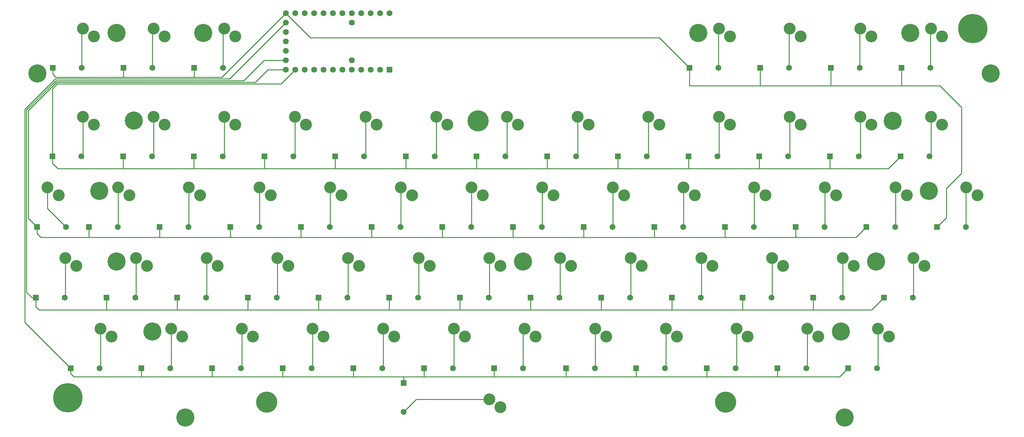
<source format=gtl>
%TF.GenerationSoftware,KiCad,Pcbnew,5.1.9-1.fc33*%
%TF.CreationDate,2021-02-28T14:37:16-05:00*%
%TF.ProjectId,3m_whisper,336d5f77-6869-4737-9065-722e6b696361,rev?*%
%TF.SameCoordinates,Original*%
%TF.FileFunction,Copper,L1,Top*%
%TF.FilePolarity,Positive*%
%FSLAX46Y46*%
G04 Gerber Fmt 4.6, Leading zero omitted, Abs format (unit mm)*
G04 Created by KiCad (PCBNEW 5.1.9-1.fc33) date 2021-02-28 14:37:16*
%MOMM*%
%LPD*%
G01*
G04 APERTURE LIST*
%TA.AperFunction,ComponentPad*%
%ADD10C,4.900000*%
%TD*%
%TA.AperFunction,ComponentPad*%
%ADD11C,5.700000*%
%TD*%
%TA.AperFunction,ComponentPad*%
%ADD12C,7.900000*%
%TD*%
%TA.AperFunction,ComponentPad*%
%ADD13C,1.600000*%
%TD*%
%TA.AperFunction,ComponentPad*%
%ADD14R,1.600000X1.600000*%
%TD*%
%TA.AperFunction,ComponentPad*%
%ADD15C,3.200000*%
%TD*%
%TA.AperFunction,Conductor*%
%ADD16C,0.250000*%
%TD*%
G04 APERTURE END LIST*
D10*
%TO.P,REF\u002A\u002A,1*%
%TO.N,N/C*%
X329850500Y-165618500D03*
%TD*%
%TO.P,REF\u002A\u002A,1*%
%TO.N,N/C*%
X152150500Y-165618500D03*
%TD*%
%TO.P,REF\u002A\u002A,1*%
%TO.N,N/C*%
X328850500Y-142418500D03*
%TD*%
%TO.P,REF\u002A\u002A,1*%
%TO.N,N/C*%
X338350500Y-123518500D03*
%TD*%
%TO.P,REF\u002A\u002A,1*%
%TO.N,N/C*%
X133650500Y-123518500D03*
%TD*%
%TO.P,REF\u002A\u002A,1*%
%TO.N,N/C*%
X128950500Y-104518500D03*
%TD*%
%TO.P,REF\u002A\u002A,1*%
%TO.N,N/C*%
X143250500Y-142418500D03*
%TD*%
%TO.P,REF\u002A\u002A,1*%
%TO.N,N/C*%
X243150500Y-123518500D03*
%TD*%
%TO.P,REF\u002A\u002A,1*%
%TO.N,N/C*%
X352550500Y-104518500D03*
%TD*%
%TO.P,REF\u002A\u002A,1*%
%TO.N,N/C*%
X342850500Y-85618500D03*
%TD*%
%TO.P,REF\u002A\u002A,1*%
%TO.N,N/C*%
X138250500Y-85518500D03*
%TD*%
%TO.P,REF\u002A\u002A,1*%
%TO.N,N/C*%
X112250500Y-72818500D03*
%TD*%
%TO.P,REF\u002A\u002A,1*%
%TO.N,N/C*%
X369250500Y-72818500D03*
%TD*%
%TO.P,REF\u002A\u002A,1*%
%TO.N,N/C*%
X347550500Y-61918500D03*
%TD*%
%TO.P,REF\u002A\u002A,1*%
%TO.N,N/C*%
X290450500Y-61918500D03*
%TD*%
%TO.P,REF\u002A\u002A,1*%
%TO.N,N/C*%
X156950500Y-61918500D03*
%TD*%
%TO.P,REF\u002A\u002A,1*%
%TO.N,N/C*%
X133650500Y-61918500D03*
%TD*%
D11*
%TO.P,REF\u002A\u002A,1*%
%TO.N,N/C*%
X297750500Y-161518500D03*
%TD*%
%TO.P,REF\u002A\u002A,1*%
%TO.N,N/C*%
X231050500Y-85618500D03*
%TD*%
%TO.P,REF\u002A\u002A,1*%
%TO.N,N/C*%
X174050500Y-161518500D03*
%TD*%
D12*
%TO.P,REF\u002A\u002A,1*%
%TO.N,N/C*%
X364450500Y-60718500D03*
%TD*%
%TO.P,REF\u002A\u002A,1*%
%TO.N,N/C*%
X120450500Y-160318500D03*
%TD*%
D13*
%TO.P,D1,2*%
%TO.N,Net-(D1-Pad2)*%
X124138500Y-95186500D03*
D14*
%TO.P,D1,1*%
%TO.N,/row0*%
X116338500Y-95186500D03*
%TD*%
%TO.P,D2,1*%
%TO.N,/row0*%
X135388500Y-95186500D03*
D13*
%TO.P,D2,2*%
%TO.N,Net-(D2-Pad2)*%
X143188500Y-95186500D03*
%TD*%
%TO.P,D3,2*%
%TO.N,Net-(D3-Pad2)*%
X162238500Y-95186500D03*
D14*
%TO.P,D3,1*%
%TO.N,/row0*%
X154438500Y-95186500D03*
%TD*%
%TO.P,D4,1*%
%TO.N,/row0*%
X173488500Y-95186500D03*
D13*
%TO.P,D4,2*%
%TO.N,Net-(D4-Pad2)*%
X181288500Y-95186500D03*
%TD*%
%TO.P,D5,2*%
%TO.N,Net-(D5-Pad2)*%
X200338500Y-95186500D03*
D14*
%TO.P,D5,1*%
%TO.N,/row0*%
X192538500Y-95186500D03*
%TD*%
%TO.P,D6,1*%
%TO.N,/row0*%
X211588500Y-95186500D03*
D13*
%TO.P,D6,2*%
%TO.N,Net-(D6-Pad2)*%
X219388500Y-95186500D03*
%TD*%
%TO.P,D7,2*%
%TO.N,Net-(D7-Pad2)*%
X238438500Y-95186500D03*
D14*
%TO.P,D7,1*%
%TO.N,/row0*%
X230638500Y-95186500D03*
%TD*%
%TO.P,D8,1*%
%TO.N,/row0*%
X249688500Y-95186500D03*
D13*
%TO.P,D8,2*%
%TO.N,Net-(D8-Pad2)*%
X257488500Y-95186500D03*
%TD*%
%TO.P,D9,2*%
%TO.N,Net-(D9-Pad2)*%
X276538500Y-95186500D03*
D14*
%TO.P,D9,1*%
%TO.N,/row0*%
X268738500Y-95186500D03*
%TD*%
%TO.P,D10,1*%
%TO.N,/row0*%
X287788500Y-95186500D03*
D13*
%TO.P,D10,2*%
%TO.N,Net-(D10-Pad2)*%
X295588500Y-95186500D03*
%TD*%
%TO.P,D11,2*%
%TO.N,Net-(D11-Pad2)*%
X314638500Y-95186500D03*
D14*
%TO.P,D11,1*%
%TO.N,/row0*%
X306838500Y-95186500D03*
%TD*%
%TO.P,D12,1*%
%TO.N,/row0*%
X325888500Y-95186500D03*
D13*
%TO.P,D12,2*%
%TO.N,Net-(D12-Pad2)*%
X333688500Y-95186500D03*
%TD*%
%TO.P,D13,2*%
%TO.N,Net-(D13-Pad2)*%
X352738500Y-95186500D03*
D14*
%TO.P,D13,1*%
%TO.N,/row0*%
X344938500Y-95186500D03*
%TD*%
%TO.P,D14,1*%
%TO.N,/row1*%
X112204500Y-114236500D03*
D13*
%TO.P,D14,2*%
%TO.N,Net-(D14-Pad2)*%
X120004500Y-114236500D03*
%TD*%
D14*
%TO.P,D15,1*%
%TO.N,/row1*%
X126174500Y-114236500D03*
D13*
%TO.P,D15,2*%
%TO.N,Net-(D15-Pad2)*%
X133974500Y-114236500D03*
%TD*%
%TO.P,D16,2*%
%TO.N,Net-(D16-Pad2)*%
X153024500Y-114236500D03*
D14*
%TO.P,D16,1*%
%TO.N,/row1*%
X145224500Y-114236500D03*
%TD*%
%TO.P,D17,1*%
%TO.N,/row1*%
X164274500Y-114236500D03*
D13*
%TO.P,D17,2*%
%TO.N,Net-(D17-Pad2)*%
X172074500Y-114236500D03*
%TD*%
%TO.P,D18,2*%
%TO.N,Net-(D18-Pad2)*%
X191124500Y-114236500D03*
D14*
%TO.P,D18,1*%
%TO.N,/row1*%
X183324500Y-114236500D03*
%TD*%
%TO.P,D19,1*%
%TO.N,/row1*%
X202374500Y-114236500D03*
D13*
%TO.P,D19,2*%
%TO.N,Net-(D19-Pad2)*%
X210174500Y-114236500D03*
%TD*%
%TO.P,D20,2*%
%TO.N,Net-(D20-Pad2)*%
X229224500Y-114236500D03*
D14*
%TO.P,D20,1*%
%TO.N,/row1*%
X221424500Y-114236500D03*
%TD*%
%TO.P,D21,1*%
%TO.N,/row1*%
X240474500Y-114236500D03*
D13*
%TO.P,D21,2*%
%TO.N,Net-(D21-Pad2)*%
X248274500Y-114236500D03*
%TD*%
%TO.P,D22,2*%
%TO.N,Net-(D22-Pad2)*%
X267324500Y-114236500D03*
D14*
%TO.P,D22,1*%
%TO.N,/row1*%
X259524500Y-114236500D03*
%TD*%
%TO.P,D23,1*%
%TO.N,/row1*%
X278574500Y-114236500D03*
D13*
%TO.P,D23,2*%
%TO.N,Net-(D23-Pad2)*%
X286374500Y-114236500D03*
%TD*%
%TO.P,D24,2*%
%TO.N,Net-(D24-Pad2)*%
X305424500Y-114236500D03*
D14*
%TO.P,D24,1*%
%TO.N,/row1*%
X297624500Y-114236500D03*
%TD*%
%TO.P,D25,1*%
%TO.N,/row1*%
X316674500Y-114236500D03*
D13*
%TO.P,D25,2*%
%TO.N,Net-(D25-Pad2)*%
X324474500Y-114236500D03*
%TD*%
%TO.P,D26,2*%
%TO.N,Net-(D26-Pad2)*%
X343524500Y-114236500D03*
D14*
%TO.P,D26,1*%
%TO.N,/row1*%
X335724500Y-114236500D03*
%TD*%
%TO.P,D27,1*%
%TO.N,/row2*%
X111860500Y-133286500D03*
D13*
%TO.P,D27,2*%
%TO.N,Net-(D27-Pad2)*%
X119660500Y-133286500D03*
%TD*%
%TO.P,D28,2*%
%TO.N,Net-(D28-Pad2)*%
X138710500Y-133286500D03*
D14*
%TO.P,D28,1*%
%TO.N,/row2*%
X130910500Y-133286500D03*
%TD*%
%TO.P,D29,1*%
%TO.N,/row2*%
X149960500Y-133286500D03*
D13*
%TO.P,D29,2*%
%TO.N,Net-(D29-Pad2)*%
X157760500Y-133286500D03*
%TD*%
%TO.P,D30,2*%
%TO.N,Net-(D30-Pad2)*%
X176810500Y-133286500D03*
D14*
%TO.P,D30,1*%
%TO.N,/row2*%
X169010500Y-133286500D03*
%TD*%
D13*
%TO.P,D31,2*%
%TO.N,Net-(D31-Pad2)*%
X195860500Y-133286500D03*
D14*
%TO.P,D31,1*%
%TO.N,/row2*%
X188060500Y-133286500D03*
%TD*%
%TO.P,D32,1*%
%TO.N,/row2*%
X207110500Y-133286500D03*
D13*
%TO.P,D32,2*%
%TO.N,Net-(D32-Pad2)*%
X214910500Y-133286500D03*
%TD*%
D14*
%TO.P,D33,1*%
%TO.N,/row2*%
X226160500Y-133286500D03*
D13*
%TO.P,D33,2*%
%TO.N,Net-(D33-Pad2)*%
X233960500Y-133286500D03*
%TD*%
%TO.P,D34,2*%
%TO.N,Net-(D34-Pad2)*%
X253010500Y-133286500D03*
D14*
%TO.P,D34,1*%
%TO.N,/row2*%
X245210500Y-133286500D03*
%TD*%
%TO.P,D35,1*%
%TO.N,/row2*%
X264260500Y-133286500D03*
D13*
%TO.P,D35,2*%
%TO.N,Net-(D35-Pad2)*%
X272060500Y-133286500D03*
%TD*%
%TO.P,D36,2*%
%TO.N,Net-(D36-Pad2)*%
X291110500Y-133286500D03*
D14*
%TO.P,D36,1*%
%TO.N,/row2*%
X283310500Y-133286500D03*
%TD*%
%TO.P,D37,1*%
%TO.N,/row2*%
X302360500Y-133286500D03*
D13*
%TO.P,D37,2*%
%TO.N,Net-(D37-Pad2)*%
X310160500Y-133286500D03*
%TD*%
%TO.P,D38,2*%
%TO.N,Net-(D38-Pad2)*%
X329210500Y-133286500D03*
D14*
%TO.P,D38,1*%
%TO.N,/row2*%
X321410500Y-133286500D03*
%TD*%
%TO.P,D39,1*%
%TO.N,/row2*%
X340460500Y-133286500D03*
D13*
%TO.P,D39,2*%
%TO.N,Net-(D39-Pad2)*%
X348260500Y-133286500D03*
%TD*%
%TO.P,D40,2*%
%TO.N,Net-(D40-Pad2)*%
X129058500Y-152336500D03*
D14*
%TO.P,D40,1*%
%TO.N,/row3*%
X121258500Y-152336500D03*
%TD*%
%TO.P,D41,1*%
%TO.N,/row3*%
X140308500Y-152336500D03*
D13*
%TO.P,D41,2*%
%TO.N,Net-(D41-Pad2)*%
X148108500Y-152336500D03*
%TD*%
%TO.P,D42,2*%
%TO.N,Net-(D42-Pad2)*%
X167158500Y-152336500D03*
D14*
%TO.P,D42,1*%
%TO.N,/row3*%
X159358500Y-152336500D03*
%TD*%
%TO.P,D43,1*%
%TO.N,/row3*%
X178408500Y-152336500D03*
D13*
%TO.P,D43,2*%
%TO.N,Net-(D43-Pad2)*%
X186208500Y-152336500D03*
%TD*%
%TO.P,D44,2*%
%TO.N,Net-(D44-Pad2)*%
X205258500Y-152336500D03*
D14*
%TO.P,D44,1*%
%TO.N,/row3*%
X197458500Y-152336500D03*
%TD*%
D13*
%TO.P,D45,2*%
%TO.N,Net-(D45-Pad2)*%
X224308500Y-152336500D03*
D14*
%TO.P,D45,1*%
%TO.N,/row3*%
X216508500Y-152336500D03*
%TD*%
D13*
%TO.P,D46,2*%
%TO.N,Net-(D46-Pad2)*%
X211010500Y-164110500D03*
D14*
%TO.P,D46,1*%
%TO.N,/row3*%
X211010500Y-156310500D03*
%TD*%
%TO.P,D47,1*%
%TO.N,/row3*%
X235394500Y-152336500D03*
D13*
%TO.P,D47,2*%
%TO.N,Net-(D47-Pad2)*%
X243194500Y-152336500D03*
%TD*%
%TO.P,D48,2*%
%TO.N,Net-(D48-Pad2)*%
X262572500Y-152336500D03*
D14*
%TO.P,D48,1*%
%TO.N,/row3*%
X254772500Y-152336500D03*
%TD*%
%TO.P,D49,1*%
%TO.N,/row3*%
X273658500Y-152336500D03*
D13*
%TO.P,D49,2*%
%TO.N,Net-(D49-Pad2)*%
X281458500Y-152336500D03*
%TD*%
%TO.P,D50,2*%
%TO.N,Net-(D50-Pad2)*%
X300508500Y-152336500D03*
D14*
%TO.P,D50,1*%
%TO.N,/row3*%
X292708500Y-152336500D03*
%TD*%
%TO.P,D51,1*%
%TO.N,/row3*%
X311758500Y-152336500D03*
D13*
%TO.P,D51,2*%
%TO.N,Net-(D51-Pad2)*%
X319558500Y-152336500D03*
%TD*%
%TO.P,D52,2*%
%TO.N,Net-(D52-Pad2)*%
X338608500Y-152336500D03*
D14*
%TO.P,D52,1*%
%TO.N,/row3*%
X330808500Y-152336500D03*
%TD*%
%TO.P,D53,1*%
%TO.N,/row4*%
X116432500Y-71310500D03*
D13*
%TO.P,D53,2*%
%TO.N,Net-(D53-Pad2)*%
X124232500Y-71310500D03*
%TD*%
%TO.P,D54,2*%
%TO.N,Net-(D54-Pad2)*%
X143282500Y-71310500D03*
D14*
%TO.P,D54,1*%
%TO.N,/row4*%
X135482500Y-71310500D03*
%TD*%
%TO.P,D55,1*%
%TO.N,/row4*%
X154532500Y-71310500D03*
D13*
%TO.P,D55,2*%
%TO.N,Net-(D55-Pad2)*%
X162332500Y-71310500D03*
%TD*%
D14*
%TO.P,D56,1*%
%TO.N,/row4*%
X288042500Y-71310500D03*
D13*
%TO.P,D56,2*%
%TO.N,Net-(D56-Pad2)*%
X295842500Y-71310500D03*
%TD*%
%TO.P,D57,2*%
%TO.N,Net-(D57-Pad2)*%
X314892500Y-71310500D03*
D14*
%TO.P,D57,1*%
%TO.N,/row4*%
X307092500Y-71310500D03*
%TD*%
%TO.P,D58,1*%
%TO.N,/row4*%
X326142500Y-71310500D03*
D13*
%TO.P,D58,2*%
%TO.N,Net-(D58-Pad2)*%
X333942500Y-71310500D03*
%TD*%
%TO.P,D59,2*%
%TO.N,Net-(D59-Pad2)*%
X352992500Y-71310500D03*
D14*
%TO.P,D59,1*%
%TO.N,/row4*%
X345192500Y-71310500D03*
%TD*%
%TO.P,D60,1*%
%TO.N,/row4*%
X354774500Y-114236500D03*
D13*
%TO.P,D60,2*%
%TO.N,Net-(D60-Pad2)*%
X362574500Y-114236500D03*
%TD*%
D15*
%TO.P,K1,2*%
%TO.N,Net-(D1-Pad2)*%
X124553500Y-84553000D03*
%TO.P,K1,1*%
%TO.N,/col0*%
X127533500Y-86643000D03*
%TD*%
%TO.P,K2,2*%
%TO.N,Net-(D2-Pad2)*%
X143603500Y-84553000D03*
%TO.P,K2,1*%
%TO.N,/col1*%
X146583500Y-86643000D03*
%TD*%
%TO.P,K3,1*%
%TO.N,/col2*%
X165633500Y-86643000D03*
%TO.P,K3,2*%
%TO.N,Net-(D3-Pad2)*%
X162653500Y-84553000D03*
%TD*%
%TO.P,K4,2*%
%TO.N,Net-(D4-Pad2)*%
X181703500Y-84553000D03*
%TO.P,K4,1*%
%TO.N,/col3*%
X184683500Y-86643000D03*
%TD*%
%TO.P,K5,2*%
%TO.N,Net-(D5-Pad2)*%
X200753500Y-84553000D03*
%TO.P,K5,1*%
%TO.N,/col4*%
X203733500Y-86643000D03*
%TD*%
%TO.P,K6,2*%
%TO.N,Net-(D6-Pad2)*%
X219803500Y-84553000D03*
%TO.P,K6,1*%
%TO.N,/col5*%
X222783500Y-86643000D03*
%TD*%
%TO.P,K7,1*%
%TO.N,/col6*%
X241833500Y-86643000D03*
%TO.P,K7,2*%
%TO.N,Net-(D7-Pad2)*%
X238853500Y-84553000D03*
%TD*%
%TO.P,K8,1*%
%TO.N,/col7*%
X260883500Y-86643000D03*
%TO.P,K8,2*%
%TO.N,Net-(D8-Pad2)*%
X257903500Y-84553000D03*
%TD*%
%TO.P,K9,1*%
%TO.N,/col8*%
X279933500Y-86643000D03*
%TO.P,K9,2*%
%TO.N,Net-(D9-Pad2)*%
X276953500Y-84553000D03*
%TD*%
%TO.P,K10,1*%
%TO.N,/col9*%
X298983500Y-86643000D03*
%TO.P,K10,2*%
%TO.N,Net-(D10-Pad2)*%
X296003500Y-84553000D03*
%TD*%
%TO.P,K11,1*%
%TO.N,/col10*%
X318033500Y-86643000D03*
%TO.P,K11,2*%
%TO.N,Net-(D11-Pad2)*%
X315053500Y-84553000D03*
%TD*%
%TO.P,K12,1*%
%TO.N,/col11*%
X337083500Y-86643000D03*
%TO.P,K12,2*%
%TO.N,Net-(D12-Pad2)*%
X334103500Y-84553000D03*
%TD*%
%TO.P,K13,1*%
%TO.N,/col12*%
X356133500Y-86643000D03*
%TO.P,K13,2*%
%TO.N,Net-(D13-Pad2)*%
X353153500Y-84553000D03*
%TD*%
%TO.P,K14,2*%
%TO.N,Net-(D14-Pad2)*%
X115028500Y-103603000D03*
%TO.P,K14,1*%
%TO.N,/col0*%
X118008500Y-105693000D03*
%TD*%
%TO.P,K15,2*%
%TO.N,Net-(D15-Pad2)*%
X134078500Y-103603000D03*
%TO.P,K15,1*%
%TO.N,/col1*%
X137058500Y-105693000D03*
%TD*%
%TO.P,K16,1*%
%TO.N,/col2*%
X156108500Y-105693000D03*
%TO.P,K16,2*%
%TO.N,Net-(D16-Pad2)*%
X153128500Y-103603000D03*
%TD*%
%TO.P,K17,1*%
%TO.N,/col3*%
X175158500Y-105693000D03*
%TO.P,K17,2*%
%TO.N,Net-(D17-Pad2)*%
X172178500Y-103603000D03*
%TD*%
%TO.P,K18,1*%
%TO.N,/col4*%
X194208500Y-105693000D03*
%TO.P,K18,2*%
%TO.N,Net-(D18-Pad2)*%
X191228500Y-103603000D03*
%TD*%
%TO.P,K19,2*%
%TO.N,Net-(D19-Pad2)*%
X210278500Y-103603000D03*
%TO.P,K19,1*%
%TO.N,/col5*%
X213258500Y-105693000D03*
%TD*%
%TO.P,K20,1*%
%TO.N,/col6*%
X232308500Y-105693000D03*
%TO.P,K20,2*%
%TO.N,Net-(D20-Pad2)*%
X229328500Y-103603000D03*
%TD*%
%TO.P,K21,1*%
%TO.N,/col7*%
X251358500Y-105693000D03*
%TO.P,K21,2*%
%TO.N,Net-(D21-Pad2)*%
X248378500Y-103603000D03*
%TD*%
%TO.P,K22,1*%
%TO.N,/col8*%
X270408500Y-105693000D03*
%TO.P,K22,2*%
%TO.N,Net-(D22-Pad2)*%
X267428500Y-103603000D03*
%TD*%
%TO.P,K23,2*%
%TO.N,Net-(D23-Pad2)*%
X286478500Y-103603000D03*
%TO.P,K23,1*%
%TO.N,/col9*%
X289458500Y-105693000D03*
%TD*%
%TO.P,K24,1*%
%TO.N,/col10*%
X308508500Y-105693000D03*
%TO.P,K24,2*%
%TO.N,Net-(D24-Pad2)*%
X305528500Y-103603000D03*
%TD*%
%TO.P,K25,2*%
%TO.N,Net-(D25-Pad2)*%
X324578500Y-103603000D03*
%TO.P,K25,1*%
%TO.N,/col11*%
X327558500Y-105693000D03*
%TD*%
%TO.P,K26,1*%
%TO.N,/col12*%
X346608500Y-105693000D03*
%TO.P,K26,2*%
%TO.N,Net-(D26-Pad2)*%
X343628500Y-103603000D03*
%TD*%
%TO.P,K27,1*%
%TO.N,/col0*%
X122771000Y-124743000D03*
%TO.P,K27,2*%
%TO.N,Net-(D27-Pad2)*%
X119791000Y-122653000D03*
%TD*%
%TO.P,K28,1*%
%TO.N,/col1*%
X141821000Y-124743000D03*
%TO.P,K28,2*%
%TO.N,Net-(D28-Pad2)*%
X138841000Y-122653000D03*
%TD*%
%TO.P,K29,2*%
%TO.N,Net-(D29-Pad2)*%
X157891000Y-122653000D03*
%TO.P,K29,1*%
%TO.N,/col2*%
X160871000Y-124743000D03*
%TD*%
%TO.P,K30,1*%
%TO.N,/col3*%
X179921000Y-124743000D03*
%TO.P,K30,2*%
%TO.N,Net-(D30-Pad2)*%
X176941000Y-122653000D03*
%TD*%
%TO.P,K31,2*%
%TO.N,Net-(D31-Pad2)*%
X195991000Y-122653000D03*
%TO.P,K31,1*%
%TO.N,/col4*%
X198971000Y-124743000D03*
%TD*%
%TO.P,K32,1*%
%TO.N,/col5*%
X218021000Y-124743000D03*
%TO.P,K32,2*%
%TO.N,Net-(D32-Pad2)*%
X215041000Y-122653000D03*
%TD*%
%TO.P,K33,2*%
%TO.N,Net-(D33-Pad2)*%
X234091000Y-122653000D03*
%TO.P,K33,1*%
%TO.N,/col6*%
X237071000Y-124743000D03*
%TD*%
%TO.P,K34,1*%
%TO.N,/col7*%
X256121000Y-124743000D03*
%TO.P,K34,2*%
%TO.N,Net-(D34-Pad2)*%
X253141000Y-122653000D03*
%TD*%
%TO.P,K35,2*%
%TO.N,Net-(D35-Pad2)*%
X272191000Y-122653000D03*
%TO.P,K35,1*%
%TO.N,/col8*%
X275171000Y-124743000D03*
%TD*%
%TO.P,K36,2*%
%TO.N,Net-(D36-Pad2)*%
X291241000Y-122653000D03*
%TO.P,K36,1*%
%TO.N,/col9*%
X294221000Y-124743000D03*
%TD*%
%TO.P,K37,1*%
%TO.N,/col10*%
X313271000Y-124743000D03*
%TO.P,K37,2*%
%TO.N,Net-(D37-Pad2)*%
X310291000Y-122653000D03*
%TD*%
%TO.P,K38,2*%
%TO.N,Net-(D38-Pad2)*%
X329341000Y-122653000D03*
%TO.P,K38,1*%
%TO.N,/col11*%
X332321000Y-124743000D03*
%TD*%
%TO.P,K39,2*%
%TO.N,Net-(D39-Pad2)*%
X348391000Y-122653000D03*
%TO.P,K39,1*%
%TO.N,/col12*%
X351371000Y-124743000D03*
%TD*%
%TO.P,K40,2*%
%TO.N,Net-(D40-Pad2)*%
X129316000Y-141703000D03*
%TO.P,K40,1*%
%TO.N,/col0*%
X132296000Y-143793000D03*
%TD*%
%TO.P,K41,1*%
%TO.N,/col1*%
X151346000Y-143793000D03*
%TO.P,K41,2*%
%TO.N,Net-(D41-Pad2)*%
X148366000Y-141703000D03*
%TD*%
%TO.P,K42,1*%
%TO.N,/col2*%
X170396000Y-143793000D03*
%TO.P,K42,2*%
%TO.N,Net-(D42-Pad2)*%
X167416000Y-141703000D03*
%TD*%
%TO.P,K43,2*%
%TO.N,Net-(D43-Pad2)*%
X186466000Y-141703000D03*
%TO.P,K43,1*%
%TO.N,/col3*%
X189446000Y-143793000D03*
%TD*%
%TO.P,K44,1*%
%TO.N,/col4*%
X208496000Y-143793000D03*
%TO.P,K44,2*%
%TO.N,Net-(D44-Pad2)*%
X205516000Y-141703000D03*
%TD*%
%TO.P,K45,2*%
%TO.N,Net-(D45-Pad2)*%
X224566000Y-141703000D03*
%TO.P,K45,1*%
%TO.N,/col5*%
X227546000Y-143793000D03*
%TD*%
%TO.P,K46,2*%
%TO.N,Net-(D46-Pad2)*%
X234091000Y-160753000D03*
%TO.P,K46,1*%
%TO.N,/col6*%
X237071000Y-162843000D03*
%TD*%
%TO.P,K47,1*%
%TO.N,/col7*%
X246596000Y-143793000D03*
%TO.P,K47,2*%
%TO.N,Net-(D47-Pad2)*%
X243616000Y-141703000D03*
%TD*%
%TO.P,K48,2*%
%TO.N,Net-(D48-Pad2)*%
X262666000Y-141703000D03*
%TO.P,K48,1*%
%TO.N,/col8*%
X265646000Y-143793000D03*
%TD*%
%TO.P,K49,1*%
%TO.N,/col9*%
X284696000Y-143793000D03*
%TO.P,K49,2*%
%TO.N,Net-(D49-Pad2)*%
X281716000Y-141703000D03*
%TD*%
%TO.P,K50,2*%
%TO.N,Net-(D50-Pad2)*%
X300766000Y-141703000D03*
%TO.P,K50,1*%
%TO.N,/col10*%
X303746000Y-143793000D03*
%TD*%
%TO.P,K51,1*%
%TO.N,/col11*%
X322796000Y-143793000D03*
%TO.P,K51,2*%
%TO.N,Net-(D51-Pad2)*%
X319816000Y-141703000D03*
%TD*%
%TO.P,K52,2*%
%TO.N,Net-(D52-Pad2)*%
X338866000Y-141703000D03*
%TO.P,K52,1*%
%TO.N,/col12*%
X341846000Y-143793000D03*
%TD*%
%TO.P,K53,1*%
%TO.N,/col0*%
X127533500Y-62830500D03*
%TO.P,K53,2*%
%TO.N,Net-(D53-Pad2)*%
X124553500Y-60740500D03*
%TD*%
%TO.P,K54,1*%
%TO.N,/col1*%
X146583500Y-62830500D03*
%TO.P,K54,2*%
%TO.N,Net-(D54-Pad2)*%
X143603500Y-60740500D03*
%TD*%
%TO.P,K55,2*%
%TO.N,Net-(D55-Pad2)*%
X162653500Y-60740500D03*
%TO.P,K55,1*%
%TO.N,/col2*%
X165633500Y-62830500D03*
%TD*%
%TO.P,K56,2*%
%TO.N,Net-(D56-Pad2)*%
X296003500Y-60740500D03*
%TO.P,K56,1*%
%TO.N,/col8*%
X298983500Y-62830500D03*
%TD*%
%TO.P,K57,2*%
%TO.N,Net-(D57-Pad2)*%
X315053500Y-60740500D03*
%TO.P,K57,1*%
%TO.N,/col9*%
X318033500Y-62830500D03*
%TD*%
%TO.P,K58,2*%
%TO.N,Net-(D58-Pad2)*%
X334103500Y-60740500D03*
%TO.P,K58,1*%
%TO.N,/col10*%
X337083500Y-62830500D03*
%TD*%
%TO.P,K59,2*%
%TO.N,Net-(D59-Pad2)*%
X353153500Y-60740500D03*
%TO.P,K59,1*%
%TO.N,/col11*%
X356133500Y-62830500D03*
%TD*%
%TO.P,K60,2*%
%TO.N,Net-(D60-Pad2)*%
X362678500Y-103603000D03*
%TO.P,K60,1*%
%TO.N,/col12*%
X365658500Y-105693000D03*
%TD*%
D13*
%TO.P,U1,31*%
%TO.N,/col14*%
X197040500Y-59118500D03*
%TO.P,U1,30*%
%TO.N,Net-(U1-Pad30)*%
X197040500Y-69278500D03*
%TO.P,U1,29*%
%TO.N,Net-(U1-Pad29)*%
X207200500Y-56578500D03*
%TO.P,U1,28*%
%TO.N,/col12*%
X204660500Y-56578500D03*
%TO.P,U1,27*%
%TO.N,/col11*%
X202120500Y-56578500D03*
%TO.P,U1,26*%
%TO.N,/col10*%
X199580500Y-56578500D03*
%TO.P,U1,25*%
%TO.N,/col9*%
X197040500Y-56578500D03*
%TO.P,U1,24*%
%TO.N,/col8*%
X194500500Y-56578500D03*
%TO.P,U1,23*%
%TO.N,/col0*%
X191960500Y-56578500D03*
%TO.P,U1,22*%
%TO.N,/col1*%
X189420500Y-56578500D03*
%TO.P,U1,21*%
%TO.N,/col2*%
X186880500Y-56578500D03*
%TO.P,U1,20*%
%TO.N,Net-(U1-Pad20)*%
X184340500Y-56578500D03*
%TO.P,U1,19*%
%TO.N,Net-(U1-Pad19)*%
X181800500Y-56578500D03*
%TO.P,U1,18*%
%TO.N,/row4*%
X179260500Y-56578500D03*
%TO.P,U1,17*%
%TO.N,/row3*%
X179260500Y-59118500D03*
%TO.P,U1,16*%
%TO.N,Net-(U1-Pad16)*%
X179260500Y-61658500D03*
%TO.P,U1,14*%
%TO.N,Net-(U1-Pad14)*%
X179260500Y-66738500D03*
%TO.P,U1,13*%
%TO.N,/row2*%
X179260500Y-69278500D03*
%TO.P,U1,12*%
%TO.N,/row1*%
X179260500Y-71818500D03*
%TO.P,U1,11*%
%TO.N,/row0*%
X181800500Y-71818500D03*
%TO.P,U1,10*%
%TO.N,Net-(U1-Pad10)*%
X184340500Y-71818500D03*
%TO.P,U1,9*%
%TO.N,Net-(U1-Pad9)*%
X186880500Y-71818500D03*
%TO.P,U1,8*%
%TO.N,Net-(U1-Pad8)*%
X189420500Y-71818500D03*
%TO.P,U1,7*%
%TO.N,Net-(U1-Pad7)*%
X191960500Y-71818500D03*
%TO.P,U1,6*%
%TO.N,/col3*%
X194500500Y-71818500D03*
%TO.P,U1,5*%
%TO.N,/col4*%
X197040500Y-71818500D03*
%TO.P,U1,4*%
%TO.N,/col5*%
X199580500Y-71818500D03*
%TO.P,U1,3*%
%TO.N,/col6*%
X202120500Y-71818500D03*
%TO.P,U1,2*%
%TO.N,/col7*%
X204660500Y-71818500D03*
D14*
%TO.P,U1,1*%
%TO.N,Net-(U1-Pad1)*%
X207200500Y-71818500D03*
D13*
%TO.P,U1,15*%
%TO.N,Net-(U1-Pad15)*%
X179260500Y-64198500D03*
%TD*%
D16*
%TO.N,Net-(D1-Pad2)*%
X124553500Y-94771500D02*
X124138500Y-95186500D01*
X124553500Y-84553000D02*
X124553500Y-94771500D01*
%TO.N,/row0*%
X116338500Y-95186500D02*
X116338500Y-76959730D01*
X116338500Y-76959730D02*
X117647691Y-75650539D01*
X177968461Y-75650539D02*
X181800500Y-71818500D01*
X117647691Y-75650539D02*
X177968461Y-75650539D01*
X116338500Y-95186500D02*
X116338500Y-97034500D01*
X116338500Y-97034500D02*
X117792500Y-98488500D01*
X341636500Y-98488500D02*
X344938500Y-95186500D01*
X325888500Y-98418500D02*
X325818500Y-98488500D01*
X325888500Y-95186500D02*
X325888500Y-98418500D01*
X325818500Y-98488500D02*
X341636500Y-98488500D01*
X306838500Y-98418500D02*
X306768500Y-98488500D01*
X306838500Y-95186500D02*
X306838500Y-98418500D01*
X306768500Y-98488500D02*
X325818500Y-98488500D01*
X287788500Y-98418500D02*
X287718500Y-98488500D01*
X287788500Y-95186500D02*
X287788500Y-98418500D01*
X287718500Y-98488500D02*
X306768500Y-98488500D01*
X268738500Y-98304500D02*
X268922500Y-98488500D01*
X268922500Y-98488500D02*
X287718500Y-98488500D01*
X268738500Y-95186500D02*
X268738500Y-98304500D01*
X249688500Y-98418500D02*
X249618500Y-98488500D01*
X249688500Y-95186500D02*
X249688500Y-98418500D01*
X249618500Y-98488500D02*
X268922500Y-98488500D01*
X230638500Y-98418500D02*
X230568500Y-98488500D01*
X230638500Y-95186500D02*
X230638500Y-98418500D01*
X230568500Y-98488500D02*
X249618500Y-98488500D01*
X211588500Y-98418500D02*
X211518500Y-98488500D01*
X211588500Y-95186500D02*
X211588500Y-98418500D01*
X211518500Y-98488500D02*
X230568500Y-98488500D01*
X192538500Y-98304500D02*
X192722500Y-98488500D01*
X192538500Y-95186500D02*
X192538500Y-98304500D01*
X192722500Y-98488500D02*
X211518500Y-98488500D01*
X173488500Y-98418500D02*
X173418500Y-98488500D01*
X173418500Y-98488500D02*
X192722500Y-98488500D01*
X173488500Y-95186500D02*
X173488500Y-98418500D01*
X154438500Y-98304500D02*
X154622500Y-98488500D01*
X154438500Y-95186500D02*
X154438500Y-98304500D01*
X154622500Y-98488500D02*
X173418500Y-98488500D01*
X135388500Y-98418500D02*
X135318500Y-98488500D01*
X135388500Y-95186500D02*
X135388500Y-98418500D01*
X135318500Y-98488500D02*
X154622500Y-98488500D01*
X117792500Y-98488500D02*
X135318500Y-98488500D01*
%TO.N,Net-(D2-Pad2)*%
X143603500Y-94771500D02*
X143188500Y-95186500D01*
X143603500Y-84553000D02*
X143603500Y-94771500D01*
%TO.N,Net-(D3-Pad2)*%
X162653500Y-94771500D02*
X162238500Y-95186500D01*
X162653500Y-84553000D02*
X162653500Y-94771500D01*
%TO.N,Net-(D4-Pad2)*%
X181703500Y-94771500D02*
X181288500Y-95186500D01*
X181703500Y-84553000D02*
X181703500Y-94771500D01*
%TO.N,Net-(D5-Pad2)*%
X200753500Y-94771500D02*
X200338500Y-95186500D01*
X200753500Y-84553000D02*
X200753500Y-94771500D01*
%TO.N,Net-(D6-Pad2)*%
X219803500Y-94771500D02*
X219388500Y-95186500D01*
X219803500Y-84553000D02*
X219803500Y-94771500D01*
%TO.N,Net-(D7-Pad2)*%
X238853500Y-94771500D02*
X238438500Y-95186500D01*
X238853500Y-84553000D02*
X238853500Y-94771500D01*
%TO.N,Net-(D8-Pad2)*%
X257903500Y-94771500D02*
X257488500Y-95186500D01*
X257903500Y-84553000D02*
X257903500Y-94771500D01*
%TO.N,Net-(D9-Pad2)*%
X276953500Y-94771500D02*
X276538500Y-95186500D01*
X276953500Y-84553000D02*
X276953500Y-94771500D01*
%TO.N,Net-(D10-Pad2)*%
X296003500Y-94771500D02*
X295588500Y-95186500D01*
X296003500Y-84553000D02*
X296003500Y-94771500D01*
%TO.N,Net-(D11-Pad2)*%
X315053500Y-94771500D02*
X314638500Y-95186500D01*
X315053500Y-84553000D02*
X315053500Y-94771500D01*
%TO.N,Net-(D12-Pad2)*%
X334103500Y-94771500D02*
X333688500Y-95186500D01*
X334103500Y-84553000D02*
X334103500Y-94771500D01*
%TO.N,Net-(D13-Pad2)*%
X353153500Y-94771500D02*
X352738500Y-95186500D01*
X353153500Y-84553000D02*
X353153500Y-94771500D01*
%TO.N,Net-(D14-Pad2)*%
X115028500Y-109260500D02*
X120004500Y-114236500D01*
X115028500Y-103603000D02*
X115028500Y-109260500D01*
%TO.N,Net-(D15-Pad2)*%
X134078500Y-114132500D02*
X133974500Y-114236500D01*
X134078500Y-103603000D02*
X134078500Y-114132500D01*
%TO.N,/row1*%
X179260500Y-71818500D02*
X174434500Y-71818500D01*
X174434500Y-71818500D02*
X171052471Y-75200529D01*
X117461291Y-75200529D02*
X109802520Y-82859300D01*
X171052471Y-75200529D02*
X117461291Y-75200529D01*
X109802520Y-111834520D02*
X112204500Y-114236500D01*
X109802520Y-82859300D02*
X109802520Y-111834520D01*
X112204500Y-114236500D02*
X112204500Y-116014500D01*
X112204500Y-116014500D02*
X113220500Y-117030500D01*
X332930500Y-117030500D02*
X335724500Y-114236500D01*
X316674500Y-116776500D02*
X316928500Y-117030500D01*
X316674500Y-114236500D02*
X316674500Y-116776500D01*
X316928500Y-117030500D02*
X332930500Y-117030500D01*
X297624500Y-114236500D02*
X297624500Y-117030500D01*
X297624500Y-117030500D02*
X316928500Y-117030500D01*
X278574500Y-114236500D02*
X278574500Y-117030500D01*
X278574500Y-117030500D02*
X297624500Y-117030500D01*
X259524500Y-114236500D02*
X259524500Y-117030500D01*
X259524500Y-117030500D02*
X278574500Y-117030500D01*
X240474500Y-114236500D02*
X240474500Y-117030500D01*
X240474500Y-117030500D02*
X259524500Y-117030500D01*
X221424500Y-114236500D02*
X221424500Y-117030500D01*
X221424500Y-117030500D02*
X240474500Y-117030500D01*
X202374500Y-114236500D02*
X202374500Y-117030500D01*
X202374500Y-117030500D02*
X221424500Y-117030500D01*
X183324500Y-114236500D02*
X183324500Y-117030500D01*
X183324500Y-117030500D02*
X202374500Y-117030500D01*
X164274500Y-116776500D02*
X164528500Y-117030500D01*
X164274500Y-114236500D02*
X164274500Y-116776500D01*
X164528500Y-117030500D02*
X183324500Y-117030500D01*
X145224500Y-114236500D02*
X145224500Y-117030500D01*
X145224500Y-117030500D02*
X164528500Y-117030500D01*
X126174500Y-114236500D02*
X126174500Y-117030500D01*
X126174500Y-117030500D02*
X145224500Y-117030500D01*
X113220500Y-117030500D02*
X126174500Y-117030500D01*
%TO.N,Net-(D16-Pad2)*%
X153128500Y-114132500D02*
X153024500Y-114236500D01*
X153128500Y-103603000D02*
X153128500Y-114132500D01*
%TO.N,Net-(D17-Pad2)*%
X172178500Y-114132500D02*
X172074500Y-114236500D01*
X172178500Y-103603000D02*
X172178500Y-114132500D01*
%TO.N,Net-(D18-Pad2)*%
X191228500Y-114132500D02*
X191124500Y-114236500D01*
X191228500Y-103603000D02*
X191228500Y-114132500D01*
%TO.N,Net-(D19-Pad2)*%
X210278500Y-114132500D02*
X210174500Y-114236500D01*
X210278500Y-103603000D02*
X210278500Y-114132500D01*
%TO.N,Net-(D20-Pad2)*%
X229328500Y-114132500D02*
X229224500Y-114236500D01*
X229328500Y-103603000D02*
X229328500Y-114132500D01*
%TO.N,Net-(D21-Pad2)*%
X248378500Y-114132500D02*
X248274500Y-114236500D01*
X248378500Y-103603000D02*
X248378500Y-114132500D01*
%TO.N,Net-(D22-Pad2)*%
X267428500Y-114132500D02*
X267324500Y-114236500D01*
X267428500Y-103603000D02*
X267428500Y-114132500D01*
%TO.N,Net-(D23-Pad2)*%
X286478500Y-114132500D02*
X286374500Y-114236500D01*
X286478500Y-103603000D02*
X286478500Y-114132500D01*
%TO.N,Net-(D24-Pad2)*%
X305528500Y-114132500D02*
X305424500Y-114236500D01*
X305528500Y-103603000D02*
X305528500Y-114132500D01*
%TO.N,Net-(D25-Pad2)*%
X324578500Y-114132500D02*
X324474500Y-114236500D01*
X324578500Y-103603000D02*
X324578500Y-114132500D01*
%TO.N,Net-(D26-Pad2)*%
X343628500Y-114132500D02*
X343524500Y-114236500D01*
X343628500Y-103603000D02*
X343628500Y-114132500D01*
%TO.N,Net-(D27-Pad2)*%
X119791000Y-133156000D02*
X119660500Y-133286500D01*
X119791000Y-122653000D02*
X119791000Y-133156000D01*
%TO.N,Net-(D28-Pad2)*%
X138841000Y-133156000D02*
X138710500Y-133286500D01*
X138841000Y-122653000D02*
X138841000Y-133156000D01*
%TO.N,Net-(D29-Pad2)*%
X157891000Y-133156000D02*
X157760500Y-133286500D01*
X157891000Y-122653000D02*
X157891000Y-133156000D01*
%TO.N,Net-(D30-Pad2)*%
X176941000Y-133156000D02*
X176810500Y-133286500D01*
X176941000Y-122653000D02*
X176941000Y-133156000D01*
%TO.N,/row2*%
X110810500Y-133286500D02*
X109352510Y-131828510D01*
X111860500Y-133286500D02*
X110810500Y-133286500D01*
X109352510Y-131828510D02*
X109352510Y-82672900D01*
X117274891Y-74750519D02*
X167946481Y-74750519D01*
X109352510Y-82672900D02*
X117274891Y-74750519D01*
X173418500Y-69278500D02*
X179260500Y-69278500D01*
X167946481Y-74750519D02*
X173418500Y-69278500D01*
X111860500Y-133286500D02*
X111860500Y-135736500D01*
X111860500Y-135736500D02*
X112712500Y-136588500D01*
X337158500Y-136588500D02*
X340460500Y-133286500D01*
X321410500Y-136424500D02*
X321246500Y-136588500D01*
X321410500Y-133286500D02*
X321410500Y-136424500D01*
X321246500Y-136588500D02*
X337158500Y-136588500D01*
X302360500Y-136424500D02*
X302196500Y-136588500D01*
X302360500Y-133286500D02*
X302360500Y-136424500D01*
X302196500Y-136588500D02*
X321246500Y-136588500D01*
X283310500Y-133286500D02*
X283310500Y-136424500D01*
X283146500Y-136588500D02*
X302196500Y-136588500D01*
X283310500Y-136424500D02*
X283146500Y-136588500D01*
X264260500Y-136424500D02*
X264096500Y-136588500D01*
X264260500Y-133286500D02*
X264260500Y-136424500D01*
X264096500Y-136588500D02*
X283146500Y-136588500D01*
X245210500Y-133286500D02*
X245210500Y-136498500D01*
X245210500Y-136498500D02*
X245300500Y-136588500D01*
X245300500Y-136588500D02*
X264096500Y-136588500D01*
X226160500Y-136424500D02*
X225996500Y-136588500D01*
X226160500Y-133286500D02*
X226160500Y-136424500D01*
X225996500Y-136588500D02*
X245300500Y-136588500D01*
X207110500Y-136498500D02*
X207200500Y-136588500D01*
X207110500Y-133286500D02*
X207110500Y-136498500D01*
X207200500Y-136588500D02*
X225996500Y-136588500D01*
X188060500Y-136498500D02*
X188150500Y-136588500D01*
X188060500Y-133286500D02*
X188060500Y-136498500D01*
X188150500Y-136588500D02*
X207200500Y-136588500D01*
X169010500Y-136424500D02*
X168846500Y-136588500D01*
X169010500Y-133286500D02*
X169010500Y-136424500D01*
X168846500Y-136588500D02*
X188150500Y-136588500D01*
X149960500Y-136498500D02*
X150050500Y-136588500D01*
X150050500Y-136588500D02*
X168846500Y-136588500D01*
X149960500Y-133286500D02*
X149960500Y-136498500D01*
X130910500Y-136498500D02*
X131000500Y-136588500D01*
X130910500Y-133286500D02*
X130910500Y-136498500D01*
X131000500Y-136588500D02*
X150050500Y-136588500D01*
X112712500Y-136588500D02*
X131000500Y-136588500D01*
%TO.N,Net-(D31-Pad2)*%
X195991000Y-133156000D02*
X195860500Y-133286500D01*
X195991000Y-122653000D02*
X195991000Y-133156000D01*
%TO.N,Net-(D32-Pad2)*%
X215041000Y-133156000D02*
X214910500Y-133286500D01*
X215041000Y-122653000D02*
X215041000Y-133156000D01*
%TO.N,Net-(D33-Pad2)*%
X234091000Y-133156000D02*
X233960500Y-133286500D01*
X234091000Y-122653000D02*
X234091000Y-133156000D01*
%TO.N,Net-(D34-Pad2)*%
X253141000Y-133156000D02*
X253010500Y-133286500D01*
X253141000Y-122653000D02*
X253141000Y-133156000D01*
%TO.N,Net-(D35-Pad2)*%
X272191000Y-133156000D02*
X272060500Y-133286500D01*
X272191000Y-122653000D02*
X272191000Y-133156000D01*
%TO.N,Net-(D36-Pad2)*%
X291241000Y-133156000D02*
X291110500Y-133286500D01*
X291241000Y-122653000D02*
X291241000Y-133156000D01*
%TO.N,Net-(D37-Pad2)*%
X310291000Y-133156000D02*
X310160500Y-133286500D01*
X310291000Y-122653000D02*
X310291000Y-133156000D01*
%TO.N,Net-(D38-Pad2)*%
X329341000Y-133156000D02*
X329210500Y-133286500D01*
X329341000Y-122653000D02*
X329341000Y-133156000D01*
%TO.N,Net-(D39-Pad2)*%
X348391000Y-133156000D02*
X348260500Y-133286500D01*
X348391000Y-122653000D02*
X348391000Y-133156000D01*
%TO.N,Net-(D40-Pad2)*%
X129316000Y-152079000D02*
X129058500Y-152336500D01*
X129316000Y-141703000D02*
X129316000Y-152079000D01*
%TO.N,Net-(D41-Pad2)*%
X148366000Y-152079000D02*
X148108500Y-152336500D01*
X148366000Y-141703000D02*
X148366000Y-152079000D01*
%TO.N,Net-(D42-Pad2)*%
X167416000Y-152079000D02*
X167158500Y-152336500D01*
X167416000Y-141703000D02*
X167416000Y-152079000D01*
%TO.N,Net-(D43-Pad2)*%
X186466000Y-152079000D02*
X186208500Y-152336500D01*
X186466000Y-141703000D02*
X186466000Y-152079000D01*
%TO.N,Net-(D44-Pad2)*%
X205516000Y-152079000D02*
X205258500Y-152336500D01*
X205516000Y-141703000D02*
X205516000Y-152079000D01*
%TO.N,Net-(D45-Pad2)*%
X224566000Y-152079000D02*
X224308500Y-152336500D01*
X224566000Y-141703000D02*
X224566000Y-152079000D01*
%TO.N,/row3*%
X164078491Y-74300509D02*
X117088491Y-74300509D01*
X179260500Y-59118500D02*
X164078491Y-74300509D01*
X117088491Y-74300509D02*
X108902500Y-82486500D01*
X108902500Y-139980500D02*
X121258500Y-152336500D01*
X108902500Y-82486500D02*
X108902500Y-139980500D01*
X121258500Y-152336500D02*
X121258500Y-153770500D01*
X121258500Y-153770500D02*
X122110500Y-154622500D01*
X328522500Y-154622500D02*
X330808500Y-152336500D01*
X311758500Y-154458500D02*
X311594500Y-154622500D01*
X311758500Y-152336500D02*
X311758500Y-154458500D01*
X311594500Y-154622500D02*
X328522500Y-154622500D01*
X292708500Y-154458500D02*
X292544500Y-154622500D01*
X292708500Y-152336500D02*
X292708500Y-154458500D01*
X292544500Y-154622500D02*
X311594500Y-154622500D01*
X273658500Y-152336500D02*
X273658500Y-154532500D01*
X273658500Y-154532500D02*
X273748500Y-154622500D01*
X273748500Y-154622500D02*
X292544500Y-154622500D01*
X254772500Y-154548500D02*
X254698500Y-154622500D01*
X254772500Y-152336500D02*
X254772500Y-154548500D01*
X254698500Y-154622500D02*
X273748500Y-154622500D01*
X235394500Y-152336500D02*
X235394500Y-154622500D01*
X235394500Y-154622500D02*
X254698500Y-154622500D01*
X216508500Y-154458500D02*
X216344500Y-154622500D01*
X216508500Y-152336500D02*
X216508500Y-154458500D01*
X216344500Y-154622500D02*
X235394500Y-154622500D01*
X211010500Y-156310500D02*
X211010500Y-154622500D01*
X211010500Y-154622500D02*
X211518500Y-154622500D01*
X211518500Y-154622500D02*
X216344500Y-154622500D01*
X197458500Y-154532500D02*
X197548500Y-154622500D01*
X197458500Y-152336500D02*
X197458500Y-154532500D01*
X197548500Y-154622500D02*
X211518500Y-154622500D01*
X178408500Y-154458500D02*
X178244500Y-154622500D01*
X178408500Y-152336500D02*
X178408500Y-154458500D01*
X178244500Y-154622500D02*
X197548500Y-154622500D01*
X159358500Y-154532500D02*
X159448500Y-154622500D01*
X159358500Y-152336500D02*
X159358500Y-154532500D01*
X159448500Y-154622500D02*
X178244500Y-154622500D01*
X140308500Y-154532500D02*
X140398500Y-154622500D01*
X140308500Y-152336500D02*
X140308500Y-154532500D01*
X140398500Y-154622500D02*
X159448500Y-154622500D01*
X122110500Y-154622500D02*
X140398500Y-154622500D01*
%TO.N,Net-(D46-Pad2)*%
X214368000Y-160753000D02*
X211010500Y-164110500D01*
X234091000Y-160753000D02*
X214368000Y-160753000D01*
%TO.N,Net-(D47-Pad2)*%
X243194500Y-142124500D02*
X243616000Y-141703000D01*
X243194500Y-152336500D02*
X243194500Y-142124500D01*
%TO.N,Net-(D48-Pad2)*%
X262666000Y-152243000D02*
X262572500Y-152336500D01*
X262666000Y-141703000D02*
X262666000Y-152243000D01*
%TO.N,Net-(D49-Pad2)*%
X281716000Y-152079000D02*
X281458500Y-152336500D01*
X281716000Y-141703000D02*
X281716000Y-152079000D01*
%TO.N,Net-(D50-Pad2)*%
X300766000Y-152079000D02*
X300508500Y-152336500D01*
X300766000Y-141703000D02*
X300766000Y-152079000D01*
%TO.N,Net-(D51-Pad2)*%
X319816000Y-152079000D02*
X319558500Y-152336500D01*
X319816000Y-141703000D02*
X319816000Y-152079000D01*
%TO.N,Net-(D52-Pad2)*%
X338866000Y-152079000D02*
X338608500Y-152336500D01*
X338866000Y-141703000D02*
X338866000Y-152079000D01*
%TO.N,Net-(D53-Pad2)*%
X124232500Y-61061500D02*
X124553500Y-60740500D01*
X124232500Y-71310500D02*
X124232500Y-61061500D01*
%TO.N,Net-(D54-Pad2)*%
X143282500Y-61061500D02*
X143603500Y-60740500D01*
X143282500Y-71310500D02*
X143282500Y-61061500D01*
%TO.N,Net-(D55-Pad2)*%
X162332500Y-61061500D02*
X162653500Y-60740500D01*
X162332500Y-71310500D02*
X162332500Y-61061500D01*
%TO.N,Net-(D56-Pad2)*%
X295842500Y-60901500D02*
X296003500Y-60740500D01*
X295842500Y-71310500D02*
X295842500Y-60901500D01*
%TO.N,Net-(D57-Pad2)*%
X314892500Y-60901500D02*
X315053500Y-60740500D01*
X314892500Y-71310500D02*
X314892500Y-60901500D01*
%TO.N,Net-(D58-Pad2)*%
X333942500Y-60901500D02*
X334103500Y-60740500D01*
X333942500Y-71310500D02*
X333942500Y-60901500D01*
%TO.N,Net-(D59-Pad2)*%
X352992500Y-60901500D02*
X353153500Y-60740500D01*
X352992500Y-71310500D02*
X352992500Y-60901500D01*
%TO.N,Net-(D60-Pad2)*%
X362574500Y-103707000D02*
X362678500Y-103603000D01*
X362574500Y-114236500D02*
X362574500Y-103707000D01*
%TO.N,/row4*%
X357314500Y-111696500D02*
X354774500Y-114236500D01*
X361378500Y-99797502D02*
X357314500Y-103861502D01*
X361378500Y-81978500D02*
X361378500Y-99797502D01*
X355536500Y-76136500D02*
X361378500Y-81978500D01*
X357314500Y-103861502D02*
X357314500Y-111696500D01*
X345192500Y-76066500D02*
X345122500Y-76136500D01*
X345192500Y-71310500D02*
X345192500Y-76066500D01*
X345122500Y-76136500D02*
X355536500Y-76136500D01*
X326142500Y-71310500D02*
X326142500Y-76066500D01*
X326072500Y-76136500D02*
X345122500Y-76136500D01*
X326142500Y-76066500D02*
X326072500Y-76136500D01*
X307092500Y-76066500D02*
X307022500Y-76136500D01*
X307092500Y-71310500D02*
X307092500Y-76066500D01*
X307022500Y-76136500D02*
X326072500Y-76136500D01*
X288042500Y-71310500D02*
X288042500Y-76066500D01*
X288042500Y-76066500D02*
X287972500Y-76136500D01*
X287972500Y-76136500D02*
X307022500Y-76136500D01*
X116432500Y-71310500D02*
X116432500Y-72998500D01*
X116432500Y-72998500D02*
X117284500Y-73850500D01*
X154532500Y-71310500D02*
X154532500Y-73760500D01*
X154532500Y-73760500D02*
X154622500Y-73850500D01*
X135482500Y-73686500D02*
X135318500Y-73850500D01*
X135482500Y-71310500D02*
X135482500Y-73686500D01*
X135318500Y-73850500D02*
X154622500Y-73850500D01*
X117284500Y-73850500D02*
X135318500Y-73850500D01*
X161988500Y-73850500D02*
X179260500Y-56578500D01*
X154622500Y-73850500D02*
X161988500Y-73850500D01*
X288042500Y-71310500D02*
X279914500Y-63182500D01*
X185864500Y-63182500D02*
X179260500Y-56578500D01*
X279914500Y-63182500D02*
X185864500Y-63182500D01*
%TD*%
M02*

</source>
